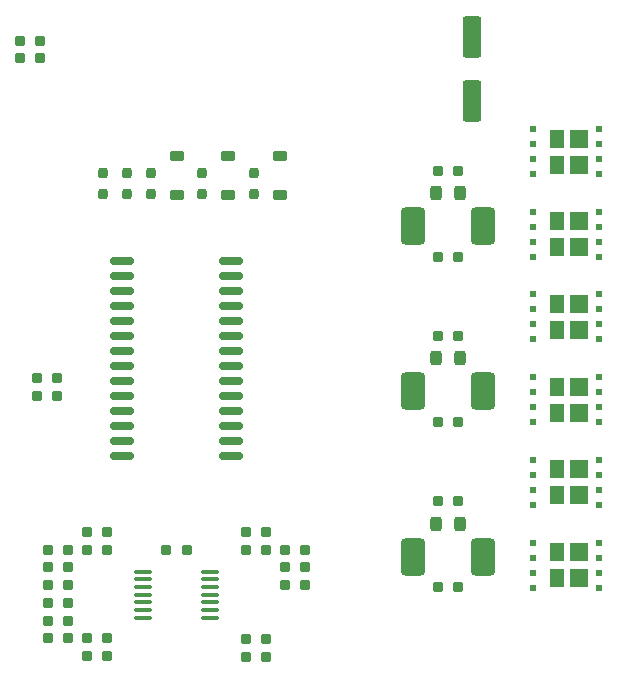
<source format=gtp>
G04 #@! TF.GenerationSoftware,KiCad,Pcbnew,7.0.6*
G04 #@! TF.CreationDate,2023-12-17T20:00:09+09:00*
G04 #@! TF.ProjectId,EB-BLDC,45422d42-4c44-4432-9e6b-696361645f70,V1_0*
G04 #@! TF.SameCoordinates,Original*
G04 #@! TF.FileFunction,Paste,Top*
G04 #@! TF.FilePolarity,Positive*
%FSLAX46Y46*%
G04 Gerber Fmt 4.6, Leading zero omitted, Abs format (unit mm)*
G04 Created by KiCad (PCBNEW 7.0.6) date 2023-12-17 20:00:09*
%MOMM*%
%LPD*%
G01*
G04 APERTURE LIST*
G04 Aperture macros list*
%AMRoundRect*
0 Rectangle with rounded corners*
0 $1 Rounding radius*
0 $2 $3 $4 $5 $6 $7 $8 $9 X,Y pos of 4 corners*
0 Add a 4 corners polygon primitive as box body*
4,1,4,$2,$3,$4,$5,$6,$7,$8,$9,$2,$3,0*
0 Add four circle primitives for the rounded corners*
1,1,$1+$1,$2,$3*
1,1,$1+$1,$4,$5*
1,1,$1+$1,$6,$7*
1,1,$1+$1,$8,$9*
0 Add four rect primitives between the rounded corners*
20,1,$1+$1,$2,$3,$4,$5,0*
20,1,$1+$1,$4,$5,$6,$7,0*
20,1,$1+$1,$6,$7,$8,$9,0*
20,1,$1+$1,$8,$9,$2,$3,0*%
G04 Aperture macros list end*
%ADD10R,1.235000X1.570000*%
%ADD11R,1.585000X1.570000*%
%ADD12R,0.490000X0.490000*%
%ADD13RoundRect,0.200000X-0.200000X0.250000X-0.200000X-0.250000X0.200000X-0.250000X0.200000X0.250000X0*%
%ADD14RoundRect,0.200000X-0.250000X-0.200000X0.250000X-0.200000X0.250000X0.200000X-0.250000X0.200000X0*%
%ADD15RoundRect,0.250000X0.550000X-1.500000X0.550000X1.500000X-0.550000X1.500000X-0.550000X-1.500000X0*%
%ADD16RoundRect,0.225000X0.375000X-0.225000X0.375000X0.225000X-0.375000X0.225000X-0.375000X-0.225000X0*%
%ADD17RoundRect,0.200000X0.250000X0.200000X-0.250000X0.200000X-0.250000X-0.200000X0.250000X-0.200000X0*%
%ADD18RoundRect,0.250000X0.250000X0.350000X-0.250000X0.350000X-0.250000X-0.350000X0.250000X-0.350000X0*%
%ADD19RoundRect,0.150000X-0.875000X-0.150000X0.875000X-0.150000X0.875000X0.150000X-0.875000X0.150000X0*%
%ADD20RoundRect,0.428572X0.621428X1.171428X-0.621428X1.171428X-0.621428X-1.171428X0.621428X-1.171428X0*%
%ADD21RoundRect,0.075000X-0.662500X-0.075000X0.662500X-0.075000X0.662500X0.075000X-0.662500X0.075000X0*%
G04 APERTURE END LIST*
D10*
X19202500Y11595000D03*
X19202500Y9405000D03*
D11*
X21112500Y11595000D03*
X21112500Y9405000D03*
D12*
X17200000Y12405000D03*
X17200000Y11135000D03*
X17200000Y9865000D03*
X17200000Y8595000D03*
X22800000Y12405000D03*
X22800000Y11135000D03*
X22800000Y9865000D03*
X22800000Y8595000D03*
D13*
X-19200000Y15650000D03*
X-19200000Y13950000D03*
D14*
X-7150000Y-23800000D03*
X-5450000Y-23800000D03*
X9150000Y1900000D03*
X10850000Y1900000D03*
D15*
X12000000Y21800000D03*
X12000000Y27200000D03*
D14*
X-24850000Y-3200000D03*
X-23150000Y-3200000D03*
D10*
X19202500Y-16405000D03*
X19202500Y-18595000D03*
D11*
X21112500Y-16405000D03*
X21112500Y-18595000D03*
D12*
X17200000Y-15595000D03*
X17200000Y-16865000D03*
X17200000Y-18135000D03*
X17200000Y-19405000D03*
X22800000Y-15595000D03*
X22800000Y-16865000D03*
X22800000Y-18135000D03*
X22800000Y-19405000D03*
D16*
X-4200000Y13850000D03*
X-4200000Y17150000D03*
D10*
X19202500Y-2405000D03*
X19202500Y-4595000D03*
D11*
X21112500Y-2405000D03*
X21112500Y-4595000D03*
D12*
X17200000Y-1595000D03*
X17200000Y-2865000D03*
X17200000Y-4135000D03*
X17200000Y-5405000D03*
X22800000Y-1595000D03*
X22800000Y-2865000D03*
X22800000Y-4135000D03*
X22800000Y-5405000D03*
D17*
X-24550000Y25400000D03*
X-26250000Y25400000D03*
D13*
X-6400000Y15650000D03*
X-6400000Y13950000D03*
D17*
X-22150000Y-16200000D03*
X-23850000Y-16200000D03*
D14*
X-26250000Y26900000D03*
X-24550000Y26900000D03*
D13*
X-10800000Y15650000D03*
X-10800000Y13950000D03*
D17*
X-23150000Y-1700000D03*
X-24850000Y-1700000D03*
X-2150000Y-19200000D03*
X-3850000Y-19200000D03*
D14*
X9150000Y-19400000D03*
X10850000Y-19400000D03*
D17*
X-5450000Y-14700000D03*
X-7150000Y-14700000D03*
D18*
X11000000Y0D03*
X9000000Y0D03*
D13*
X-15200000Y15650000D03*
X-15200000Y13950000D03*
D14*
X9150000Y-5400000D03*
X10850000Y-5400000D03*
X-3850000Y-17700000D03*
X-2150000Y-17700000D03*
D19*
X-17650000Y8255000D03*
X-17650000Y6985000D03*
X-17650000Y5715000D03*
X-17650000Y4445000D03*
X-17650000Y3175000D03*
X-17650000Y1905000D03*
X-17650000Y635000D03*
X-17650000Y-635000D03*
X-17650000Y-1905000D03*
X-17650000Y-3175000D03*
X-17650000Y-4445000D03*
X-17650000Y-5715000D03*
X-17650000Y-6985000D03*
X-17650000Y-8255000D03*
X-8350000Y-8255000D03*
X-8350000Y-6985000D03*
X-8350000Y-5715000D03*
X-8350000Y-4445000D03*
X-8350000Y-3175000D03*
X-8350000Y-1905000D03*
X-8350000Y-635000D03*
X-8350000Y635000D03*
X-8350000Y1905000D03*
X-8350000Y3175000D03*
X-8350000Y4445000D03*
X-8350000Y5715000D03*
X-8350000Y6985000D03*
X-8350000Y8255000D03*
D16*
X-8600000Y13850000D03*
X-8600000Y17150000D03*
D14*
X9150000Y15900000D03*
X10850000Y15900000D03*
D17*
X-22150000Y-19200000D03*
X-23850000Y-19200000D03*
D14*
X-7150000Y-16200000D03*
X-5450000Y-16200000D03*
D10*
X19202500Y4595000D03*
X19202500Y2405000D03*
D11*
X21112500Y4595000D03*
X21112500Y2405000D03*
D12*
X17200000Y5405000D03*
X17200000Y4135000D03*
X17200000Y2865000D03*
X17200000Y1595000D03*
X22800000Y5405000D03*
X22800000Y4135000D03*
X22800000Y2865000D03*
X22800000Y1595000D03*
D10*
X19202500Y-9405000D03*
X19202500Y-11595000D03*
D11*
X21112500Y-9405000D03*
X21112500Y-11595000D03*
D12*
X17200000Y-8595000D03*
X17200000Y-9865000D03*
X17200000Y-11135000D03*
X17200000Y-12405000D03*
X22800000Y-8595000D03*
X22800000Y-9865000D03*
X22800000Y-11135000D03*
X22800000Y-12405000D03*
D17*
X-5450000Y-25300000D03*
X-7150000Y-25300000D03*
D20*
X12962500Y11200000D03*
X7037500Y11200000D03*
D17*
X-18850000Y-25200000D03*
X-20550000Y-25200000D03*
D20*
X12962500Y-2800000D03*
X7037500Y-2800000D03*
D21*
X-15862500Y-18050000D03*
X-15862500Y-18700000D03*
X-15862500Y-19350000D03*
X-15862500Y-20000000D03*
X-15862500Y-20650000D03*
X-15862500Y-21300000D03*
X-15862500Y-21950000D03*
X-10137500Y-21950000D03*
X-10137500Y-21300000D03*
X-10137500Y-20650000D03*
X-10137500Y-20000000D03*
X-10137500Y-19350000D03*
X-10137500Y-18700000D03*
X-10137500Y-18050000D03*
D17*
X-18850000Y-14700000D03*
X-20550000Y-14700000D03*
D14*
X-20550000Y-16200000D03*
X-18850000Y-16200000D03*
D16*
X-13000000Y13850000D03*
X-13000000Y17150000D03*
D14*
X-23850000Y-17700000D03*
X-22150000Y-17700000D03*
D20*
X12962500Y-16800000D03*
X7037500Y-16800000D03*
D14*
X-23850000Y-22200000D03*
X-22150000Y-22200000D03*
X-13850000Y-16200000D03*
X-12150000Y-16200000D03*
D10*
X19202500Y18595000D03*
X19202500Y16405000D03*
D11*
X21112500Y18595000D03*
X21112500Y16405000D03*
D12*
X17200000Y19405000D03*
X17200000Y18135000D03*
X17200000Y16865000D03*
X17200000Y15595000D03*
X22800000Y19405000D03*
X22800000Y18135000D03*
X22800000Y16865000D03*
X22800000Y15595000D03*
D17*
X-2150000Y-16200000D03*
X-3850000Y-16200000D03*
D14*
X9150000Y-12100000D03*
X10850000Y-12100000D03*
D13*
X-17200000Y15650000D03*
X-17200000Y13950000D03*
D14*
X-20550000Y-23700000D03*
X-18850000Y-23700000D03*
D18*
X11000000Y-14000000D03*
X9000000Y-14000000D03*
D17*
X-22150000Y-20700000D03*
X-23850000Y-20700000D03*
D18*
X11000000Y14000000D03*
X9000000Y14000000D03*
D17*
X-22150000Y-23700000D03*
X-23850000Y-23700000D03*
D14*
X9150000Y8600000D03*
X10850000Y8600000D03*
M02*

</source>
